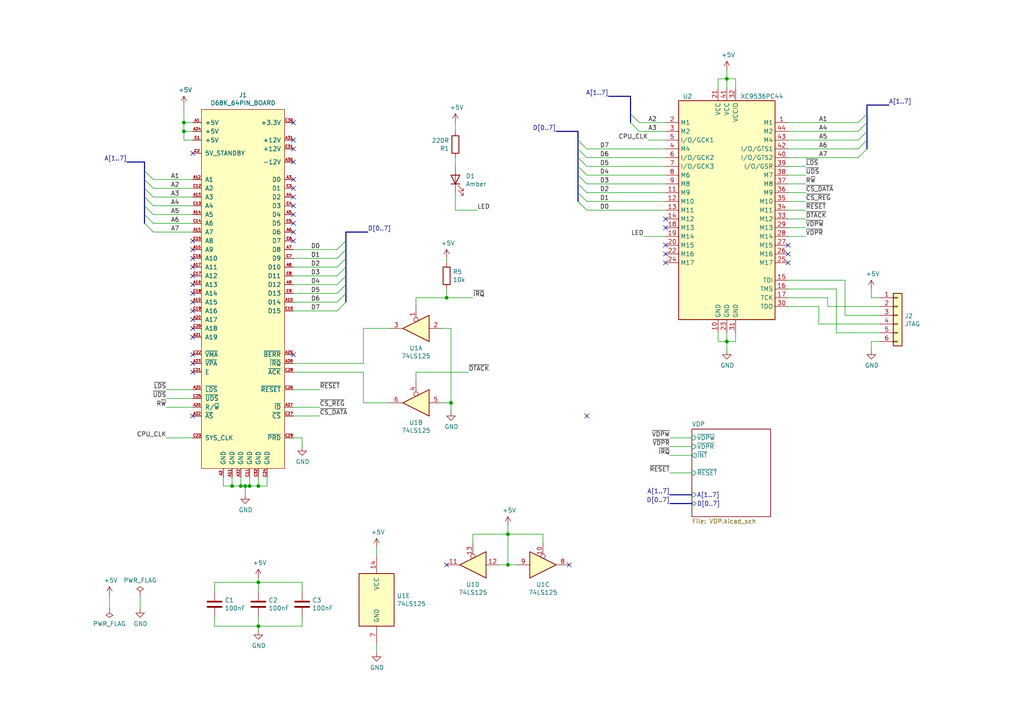
<source format=kicad_sch>
(kicad_sch (version 20231120) (generator "eeschema") (generator_version "8.0")
  (paper "A4")
  (lib_symbols
    (symbol "74xx:74LS125" (pin_names (offset 1.016))
      (property "Reference" "U" (at 0 1.27 0))
      (property "Value" "74LS125" (at 0 -1.27 0))
      (symbol "74LS125_1_0"
        (polyline (pts (xy -3.81 3.81) (xy -3.81 -3.81) (xy 3.81 0) (xy -3.81 3.81)) (stroke (width 0.254)) (fill (type background)))
        (pin input inverted (at 0 -6.35 90) (length 4.445) (name "~") (number "1"))
        (pin input line (at -7.62 0 0) (length 3.81) (name "~") (number "2"))
        (pin tri_state line (at 7.62 0 180) (length 3.81) (name "~") (number "3"))
      )
      (symbol "74LS125_2_0"
        (polyline (pts (xy -3.81 3.81) (xy -3.81 -3.81) (xy 3.81 0) (xy -3.81 3.81)) (stroke (width 0.254)) (fill (type background)))
        (pin input inverted (at 0 -6.35 90) (length 4.445) (name "~") (number "4"))
        (pin input line (at -7.62 0 0) (length 3.81) (name "~") (number "5"))
        (pin tri_state line (at 7.62 0 180) (length 3.81) (name "~") (number "6"))
      )
      (symbol "74LS125_3_0"
        (polyline (pts (xy -3.81 3.81) (xy -3.81 -3.81) (xy 3.81 0) (xy -3.81 3.81)) (stroke (width 0.254)) (fill (type background)))
        (pin input inverted (at 0 -6.35 90) (length 4.445) (name "~") (number "10"))
        (pin tri_state line (at 7.62 0 180) (length 3.81) (name "~") (number "8"))
        (pin input line (at -7.62 0 0) (length 3.81) (name "~") (number "9"))
      )
      (symbol "74LS125_4_0"
        (polyline (pts (xy -3.81 3.81) (xy -3.81 -3.81) (xy 3.81 0) (xy -3.81 3.81)) (stroke (width 0.254)) (fill (type background)))
        (pin tri_state line (at 7.62 0 180) (length 3.81) (name "~") (number "11"))
        (pin input line (at -7.62 0 0) (length 3.81) (name "~") (number "12"))
        (pin input inverted (at 0 -6.35 90) (length 4.445) (name "~") (number "13"))
      )
      (symbol "74LS125_5_0"
        (pin power_in line (at 0 12.7 270) (length 5.08) (name "VCC") (number "14"))
        (pin power_in line (at 0 -12.7 90) (length 5.08) (name "GND") (number "7"))
      )
      (symbol "74LS125_5_1"
        (rectangle (start -5.08 7.62) (end 5.08 -7.62) (stroke (width 0.254)) (fill (type background)))
      )
    )
    (symbol "Connector_Generic:Conn_01x06" (pin_names (offset 1.016) hide)
      (property "Reference" "J" (at 0 7.62 0))
      (property "Value" "Conn_01x06" (at 0 -10.16 0))
      (symbol "Conn_01x06_1_1"
        (rectangle (start -1.27 -7.493) (end 0 -7.747) (stroke (width 0.1524)))
        (rectangle (start -1.27 -4.953) (end 0 -5.207) (stroke (width 0.1524)))
        (rectangle (start -1.27 -2.413) (end 0 -2.667) (stroke (width 0.1524)))
        (rectangle (start -1.27 0.127) (end 0 -0.127) (stroke (width 0.1524)))
        (rectangle (start -1.27 2.667) (end 0 2.413) (stroke (width 0.1524)))
        (rectangle (start -1.27 5.207) (end 0 4.953) (stroke (width 0.1524)))
        (rectangle (start -1.27 6.35) (end 1.27 -8.89) (stroke (width 0.254)) (fill (type background)))
        (pin passive line (at -5.08 5.08 0) (length 3.81) (name "Pin_1") (number "1"))
        (pin passive line (at -5.08 2.54 0) (length 3.81) (name "Pin_2") (number "2"))
        (pin passive line (at -5.08 0 0) (length 3.81) (name "Pin_3") (number "3"))
        (pin passive line (at -5.08 -2.54 0) (length 3.81) (name "Pin_4") (number "4"))
        (pin passive line (at -5.08 -5.08 0) (length 3.81) (name "Pin_5") (number "5"))
        (pin passive line (at -5.08 -7.62 0) (length 3.81) (name "Pin_6") (number "6"))
      )
    )
    (symbol "Ddraig:D68K_64PIN_BOARD" (pin_names (offset 1.016))
      (property "Reference" "J" (at -11.43 53.34 0))
      (property "Value" "D68K_64PIN_BOARD" (at -2.54 50.8 0))
      (symbol "D68K_64PIN_BOARD_0_1"
        (rectangle (start -12.7 48.26) (end 11.43 -55.88) (fill (type background)))
      )
      (symbol "D68K_64PIN_BOARD_1_1"
        (pin power_in line (at -15.24 44.45 0) (length 2.54) (name "+5V") (number "A1"))
        (pin bidirectional line (at 13.97 -7.62 180) (length 2.54) (name "D14") (number "A10"))
        (pin power_in line (at -3.81 -58.42 90) (length 2.54) (name "GND") (number "A11"))
        (pin output line (at -15.24 27.94 0) (length 2.54) (name "A1") (number "A12"))
        (pin output line (at -15.24 22.86 0) (length 2.54) (name "A3") (number "A13"))
        (pin output line (at -15.24 17.78 0) (length 2.54) (name "A5") (number "A14"))
        (pin output line (at -15.24 12.7 0) (length 2.54) (name "A7") (number "A15"))
        (pin output line (at -15.24 7.62 0) (length 2.54) (name "A9") (number "A16"))
        (pin output line (at -15.24 2.54 0) (length 2.54) (name "A11") (number "A17"))
        (pin output line (at -15.24 -2.54 0) (length 2.54) (name "A13") (number "A18"))
        (pin output line (at -15.24 -7.62 0) (length 2.54) (name "A15") (number "A19"))
        (pin power_in line (at -6.35 -58.42 90) (length 2.54) (name "GND") (number "A2"))
        (pin output line (at -15.24 -12.7 0) (length 2.54) (name "A17") (number "A20"))
        (pin output line (at -15.24 -17.78 0) (length 2.54) (name "A19") (number "A21"))
        (pin output line (at -15.24 -40.64 0) (length 2.54) (name "~{AS}") (number "A22"))
        (pin output line (at -15.24 -25.4 0) (length 2.54) (name "~{VPA}") (number "A23"))
        (pin power_in line (at -15.24 41.91 0) (length 2.54) (name "+5V") (number "A24"))
        (pin output line (at -15.24 -33.02 0) (length 2.54) (name "~{LDS}") (number "A25"))
        (pin output line (at -15.24 -38.1 0) (length 2.54) (name "R/~{W}") (number "A26"))
        (pin output line (at 13.97 -38.1 180) (length 2.54) (name "~{ID}") (number "A27"))
        (pin input line (at 13.97 -25.4 180) (length 2.54) (name "~{IRQ}") (number "A28"))
        (pin input line (at 13.97 -22.86 180) (length 2.54) (name "~{BERR}") (number "A29"))
        (pin bidirectional line (at 13.97 27.94 180) (length 2.54) (name "D0") (number "A3"))
        (pin power_in line (at 13.97 33.02 180) (length 2.54) (name "-12V") (number "A30"))
        (pin power_in line (at 13.97 39.37 180) (length 2.54) (name "+12V") (number "A31"))
        (pin power_in line (at -1.27 -58.42 90) (length 2.54) (name "GND") (number "A32"))
        (pin bidirectional line (at 13.97 22.86 180) (length 2.54) (name "D2") (number "A4"))
        (pin bidirectional line (at 13.97 17.78 180) (length 2.54) (name "D4") (number "A5"))
        (pin bidirectional line (at 13.97 12.7 180) (length 2.54) (name "D6") (number "A6"))
        (pin bidirectional line (at 13.97 7.62 180) (length 2.54) (name "D8") (number "A7"))
        (pin bidirectional line (at 13.97 2.54 180) (length 2.54) (name "D10") (number "A8"))
        (pin bidirectional line (at 13.97 -2.54 180) (length 2.54) (name "D12") (number "A9"))
        (pin power_in line (at -15.24 39.37 0) (length 2.54) (name "+5V") (number "C1"))
        (pin bidirectional line (at 13.97 -10.16 180) (length 2.54) (name "D15") (number "C10"))
        (pin power_in line (at 1.27 -58.42 90) (length 2.54) (name "GND") (number "C11"))
        (pin output line (at -15.24 25.4 0) (length 2.54) (name "A2") (number "C12"))
        (pin output line (at -15.24 20.32 0) (length 2.54) (name "A4") (number "C13"))
        (pin output line (at -15.24 15.24 0) (length 2.54) (name "A6") (number "C14"))
        (pin output line (at -15.24 10.16 0) (length 2.54) (name "A8") (number "C15"))
        (pin output line (at -15.24 5.08 0) (length 2.54) (name "A10") (number "C16"))
        (pin output line (at -15.24 0 0) (length 2.54) (name "A12") (number "C17"))
        (pin output line (at -15.24 -5.08 0) (length 2.54) (name "A14") (number "C18"))
        (pin output line (at -15.24 -10.16 0) (length 2.54) (name "A16") (number "C19"))
        (pin power_in line (at -15.24 35.56 0) (length 2.54) (name "5V_STANDBY") (number "C2"))
        (pin output line (at -15.24 -15.24 0) (length 2.54) (name "A18") (number "C20"))
        (pin output line (at -15.24 -27.94 0) (length 2.54) (name "E") (number "C21"))
        (pin output line (at -15.24 -22.86 0) (length 2.54) (name "~{VMA}") (number "C22"))
        (pin output line (at -15.24 -46.99 0) (length 2.54) (name "SYS_CLK") (number "C23"))
        (pin power_in line (at 6.35 -58.42 90) (length 2.54) (name "GND") (number "C24"))
        (pin output line (at -15.24 -35.56 0) (length 2.54) (name "~{UDS}") (number "C25"))
        (pin output line (at 13.97 -33.02 180) (length 2.54) (name "~{RESET}") (number "C26"))
        (pin output line (at 13.97 -40.64 180) (length 2.54) (name "~{CS}") (number "C27"))
        (pin input line (at 13.97 -27.94 180) (length 2.54) (name "~{ACK}") (number "C28"))
        (pin passive line (at 13.97 -46.99 180) (length 2.54) (name "~{PRD}") (number "C29"))
        (pin bidirectional line (at 13.97 25.4 180) (length 2.54) (name "D1") (number "C3"))
        (pin power_in line (at 13.97 44.45 180) (length 2.54) (name "+3.3V") (number "C30"))
        (pin power_in line (at 13.97 36.83 180) (length 2.54) (name "+12V") (number "C31"))
        (pin power_in line (at 3.81 -58.42 90) (length 2.54) (name "GND") (number "C32"))
        (pin bidirectional line (at 13.97 20.32 180) (length 2.54) (name "D3") (number "C4"))
        (pin bidirectional line (at 13.97 15.24 180) (length 2.54) (name "D5") (number "C5"))
        (pin bidirectional line (at 13.97 10.16 180) (length 2.54) (name "D7") (number "C6"))
        (pin bidirectional line (at 13.97 5.08 180) (length 2.54) (name "D9") (number "C7"))
        (pin bidirectional line (at 13.97 0 180) (length 2.54) (name "D11") (number "C8"))
        (pin bidirectional line (at 13.97 -5.08 180) (length 2.54) (name "D13") (number "C9"))
      )
    )
    (symbol "Ddraig:XC9536PC44"
      (property "Reference" "U" (at -13.97 33.02 0))
      (property "Value" "XC9536PC44" (at -13.97 -33.02 0))
      (symbol "XC9536PC44_1_1"
        (rectangle (start -13.97 31.75) (end 13.97 -31.75) (stroke (width 0.254)) (fill (type background)))
        (pin bidirectional line (at 17.78 25.4 180) (length 3.81) (name "M1") (number "1"))
        (pin power_in line (at -2.54 -35.56 90) (length 3.81) (name "GND") (number "10"))
        (pin bidirectional line (at -17.78 5.08 0) (length 3.81) (name "M9") (number "11"))
        (pin bidirectional line (at -17.78 2.54 0) (length 3.81) (name "M10") (number "12"))
        (pin bidirectional line (at -17.78 0 0) (length 3.81) (name "M11") (number "13"))
        (pin bidirectional line (at -17.78 -2.54 0) (length 3.81) (name "M12") (number "14"))
        (pin input line (at 17.78 -20.32 180) (length 3.81) (name "TDI") (number "15"))
        (pin input line (at 17.78 -22.86 180) (length 3.81) (name "TMS") (number "16"))
        (pin input line (at 17.78 -25.4 180) (length 3.81) (name "TCK") (number "17"))
        (pin bidirectional line (at -17.78 -5.08 0) (length 3.81) (name "M13") (number "18"))
        (pin bidirectional line (at -17.78 -7.62 0) (length 3.81) (name "M14") (number "19"))
        (pin bidirectional line (at -17.78 25.4 0) (length 3.81) (name "M1") (number "2"))
        (pin bidirectional line (at -17.78 -10.16 0) (length 3.81) (name "M15") (number "20"))
        (pin power_in line (at -2.54 35.56 270) (length 3.81) (name "VCC") (number "21"))
        (pin bidirectional line (at -17.78 -12.7 0) (length 3.81) (name "M16") (number "22"))
        (pin power_in line (at 0 -35.56 90) (length 3.81) (name "GND") (number "23"))
        (pin bidirectional line (at -17.78 -15.24 0) (length 3.81) (name "M17") (number "24"))
        (pin bidirectional line (at 17.78 -15.24 180) (length 3.81) (name "M17") (number "25"))
        (pin bidirectional line (at 17.78 -12.7 180) (length 3.81) (name "M16") (number "26"))
        (pin bidirectional line (at 17.78 -10.16 180) (length 3.81) (name "M15") (number "27"))
        (pin bidirectional line (at 17.78 -7.62 180) (length 3.81) (name "M14") (number "28"))
        (pin bidirectional line (at 17.78 -5.08 180) (length 3.81) (name "M13") (number "29"))
        (pin bidirectional line (at -17.78 22.86 0) (length 3.81) (name "M2") (number "3"))
        (pin output line (at 17.78 -27.94 180) (length 3.81) (name "TDO") (number "30"))
        (pin power_in line (at 2.54 -35.56 90) (length 3.81) (name "GND") (number "31"))
        (pin power_in line (at 2.54 35.56 270) (length 3.81) (name "VCCIO") (number "32"))
        (pin bidirectional line (at 17.78 -2.54 180) (length 3.81) (name "M12") (number "33"))
        (pin bidirectional line (at 17.78 0 180) (length 3.81) (name "M11") (number "34"))
        (pin bidirectional line (at 17.78 2.54 180) (length 3.81) (name "M10") (number "35"))
        (pin bidirectional line (at 17.78 5.08 180) (length 3.81) (name "M9") (number "36"))
        (pin bidirectional line (at 17.78 7.62 180) (length 3.81) (name "M8") (number "37"))
        (pin bidirectional line (at 17.78 10.16 180) (length 3.81) (name "M7") (number "38"))
        (pin bidirectional line (at 17.78 12.7 180) (length 3.81) (name "I/O/GSR") (number "39"))
        (pin bidirectional line (at -17.78 17.78 0) (length 3.81) (name "M4") (number "4"))
        (pin bidirectional line (at 17.78 15.24 180) (length 3.81) (name "I/O/GTS2") (number "40"))
        (pin power_in line (at 0 35.56 270) (length 3.81) (name "VCC") (number "41"))
        (pin bidirectional line (at 17.78 17.78 180) (length 3.81) (name "I/O/GTS1") (number "42"))
        (pin bidirectional line (at 17.78 20.32 180) (length 3.81) (name "M4") (number "43"))
        (pin bidirectional line (at 17.78 22.86 180) (length 3.81) (name "M2") (number "44"))
        (pin bidirectional line (at -17.78 20.32 0) (length 3.81) (name "I/O/GCK1") (number "5"))
        (pin bidirectional line (at -17.78 15.24 0) (length 3.81) (name "I/O/GCK2") (number "6"))
        (pin bidirectional line (at -17.78 12.7 0) (length 3.81) (name "I/O/GCK3") (number "7"))
        (pin bidirectional line (at -17.78 10.16 0) (length 3.81) (name "M6") (number "8"))
        (pin bidirectional line (at -17.78 7.62 0) (length 3.81) (name "M8") (number "9"))
      )
    )
    (symbol "Device:C" (pin_numbers hide) (pin_names (offset 0.254))
      (property "Reference" "C" (at 0.635 2.54 0))
      (property "Value" "C" (at 0.635 -2.54 0))
      (symbol "C_0_1"
        (polyline (pts (xy -2.032 -0.762) (xy 2.032 -0.762)) (stroke (width 0.508)))
        (polyline (pts (xy -2.032 0.762) (xy 2.032 0.762)) (stroke (width 0.508)))
      )
      (symbol "C_1_1"
        (pin passive line (at 0 3.81 270) (length 2.794) (name "~") (number "1"))
        (pin passive line (at 0 -3.81 90) (length 2.794) (name "~") (number "2"))
      )
    )
    (symbol "Device:LED" (pin_numbers hide) (pin_names (offset 1.016) hide)
      (property "Reference" "D" (at 0 2.54 0))
      (property "Value" "LED" (at 0 -2.54 0))
      (symbol "LED_0_1"
        (polyline (pts (xy -1.27 -1.27) (xy -1.27 1.27)) (stroke (width 0.254)))
        (polyline (pts (xy -1.27 0) (xy 1.27 0)))
        (polyline (pts (xy 1.27 -1.27) (xy 1.27 1.27) (xy -1.27 0) (xy 1.27 -1.27)) (stroke (width 0.254)))
        (polyline (pts (xy -3.048 -0.762) (xy -4.572 -2.286) (xy -3.81 -2.286) (xy -4.572 -2.286) (xy -4.572 -1.524)))
        (polyline (pts (xy -1.778 -0.762) (xy -3.302 -2.286) (xy -2.54 -2.286) (xy -3.302 -2.286) (xy -3.302 -1.524)))
      )
      (symbol "LED_1_1"
        (pin passive line (at -3.81 0 0) (length 2.54) (name "K") (number "1"))
        (pin passive line (at 3.81 0 180) (length 2.54) (name "A") (number "2"))
      )
    )
    (symbol "Device:R" (pin_numbers hide) (pin_names (offset 0))
      (property "Reference" "R" (at 2.032 0 90))
      (property "Value" "R" (at 0 0 90))
      (symbol "R_0_1"
        (rectangle (start -1.016 -2.54) (end 1.016 2.54) (stroke (width 0.254)))
      )
      (symbol "R_1_1"
        (pin passive line (at 0 3.81 270) (length 1.27) (name "~") (number "1"))
        (pin passive line (at 0 -3.81 90) (length 1.27) (name "~") (number "2"))
      )
    )
    (symbol "power:+5V" (power) (pin_names (offset 0))
      (property "Value" "+5V" (at 0 3.556 0))
      (symbol "+5V_0_1"
        (polyline (pts (xy -0.762 1.27) (xy 0 2.54)))
        (polyline (pts (xy 0 0) (xy 0 2.54)))
        (polyline (pts (xy 0 2.54) (xy 0.762 1.27)))
      )
      (symbol "+5V_1_1"
        (pin power_in line (at 0 0 90) (length 0) hide (name "+5V") (number "1"))
      )
    )
    (symbol "power:GND" (power) (pin_names (offset 0))
      (property "Value" "GND" (at 0 -3.81 0))
      (symbol "GND_0_1"
        (polyline (pts (xy 0 0) (xy 0 -1.27) (xy 1.27 -1.27) (xy 0 -2.54) (xy -1.27 -1.27) (xy 0 -1.27)))
      )
      (symbol "GND_1_1"
        (pin power_in line (at 0 0 270) (length 0) hide (name "GND") (number "1"))
      )
    )
    (symbol "power:PWR_FLAG" (power) (pin_numbers hide) (pin_names (offset 0) hide)
      (property "Value" "PWR_FLAG" (at 0 3.81 0))
      (symbol "PWR_FLAG_0_0"
        (pin power_out line (at 0 0 90) (length 0) (name "pwr") (number "1"))
      )
      (symbol "PWR_FLAG_0_1"
        (polyline (pts (xy 0 0) (xy 0 1.27) (xy -1.016 1.905) (xy 0 2.54) (xy 1.016 1.905) (xy 0 1.27)))
      )
    )
  )
  (junction (at 210.82 99.06))
  (junction (at 67.31 140.97))
  (junction (at 74.93 181.61))
  (junction (at 69.85 140.97))
  (junction (at 74.93 168.91))
  (junction (at 74.93 140.97))
  (junction (at 210.82 22.86))
  (junction (at 53.34 35.56))
  (junction (at 147.32 154.94))
  (junction (at 53.34 38.1))
  (junction (at 129.54 86.36))
  (junction (at 130.81 116.84))
  (junction (at 72.39 140.97))
  (junction (at 71.12 140.97))
  (junction (at 147.32 163.83))
  (no_connect (at 55.88 69.85))
  (no_connect (at 85.09 52.07))
  (no_connect (at 193.04 76.2))
  (no_connect (at 55.88 120.65))
  (no_connect (at 129.54 163.83))
  (no_connect (at 228.6 73.66))
  (no_connect (at 55.88 74.93))
  (no_connect (at 170.18 120.65))
  (no_connect (at 193.04 73.66))
  (no_connect (at 55.88 92.71))
  (no_connect (at 55.88 80.01))
  (no_connect (at 85.09 102.87))
  (no_connect (at 85.09 46.99))
  (no_connect (at 55.88 105.41))
  (no_connect (at 193.04 66.04))
  (no_connect (at 55.88 95.25))
  (no_connect (at 55.88 107.95))
  (no_connect (at 55.88 90.17))
  (no_connect (at 165.1 163.83))
  (no_connect (at 55.88 97.79))
  (no_connect (at 193.04 71.12))
  (no_connect (at 55.88 82.55))
  (no_connect (at 85.09 62.23))
  (no_connect (at 85.09 59.69))
  (no_connect (at 85.09 64.77))
  (no_connect (at 55.88 44.45))
  (no_connect (at 85.09 40.64))
  (no_connect (at 228.6 71.12))
  (no_connect (at 228.6 76.2))
  (no_connect (at 55.88 72.39))
  (no_connect (at 193.04 63.5))
  (no_connect (at 55.88 77.47))
  (no_connect (at 85.09 69.85))
  (no_connect (at 85.09 54.61))
  (no_connect (at 85.09 67.31))
  (no_connect (at 85.09 35.56))
  (no_connect (at 55.88 85.09))
  (no_connect (at 85.09 43.18))
  (no_connect (at 85.09 57.15))
  (no_connect (at 55.88 87.63))
  (no_connect (at 55.88 102.87))
  (bus_entry (at 100.33 77.47) (size -2.54 2.54))
  (bus_entry (at 251.46 40.64) (size -2.54 2.54))
  (bus_entry (at 167.64 53.34) (size 2.54 2.54))
  (bus_entry (at 41.91 57.15) (size 2.54 2.54))
  (bus_entry (at 167.64 48.26) (size 2.54 2.54))
  (bus_entry (at 251.46 38.1) (size -2.54 2.54))
  (bus_entry (at 41.91 64.77) (size 2.54 2.54))
  (bus_entry (at 41.91 54.61) (size 2.54 2.54))
  (bus_entry (at 100.33 72.39) (size -2.54 2.54))
  (bus_entry (at 100.33 87.63) (size -2.54 2.54))
  (bus_entry (at 100.33 74.93) (size -2.54 2.54))
  (bus_entry (at 41.91 49.53) (size 2.54 2.54))
  (bus_entry (at 167.64 43.18) (size 2.54 2.54))
  (bus_entry (at 167.64 40.64) (size 2.54 2.54))
  (bus_entry (at 100.33 85.09) (size -2.54 2.54))
  (bus_entry (at 167.64 50.8) (size 2.54 2.54))
  (bus_entry (at 41.91 59.69) (size 2.54 2.54))
  (bus_entry (at 41.91 52.07) (size 2.54 2.54))
  (bus_entry (at 167.64 55.88) (size 2.54 2.54))
  (bus_entry (at 182.88 33.02) (size 2.54 2.54))
  (bus_entry (at 100.33 82.55) (size -2.54 2.54))
  (bus_entry (at 251.46 35.56) (size -2.54 2.54))
  (bus_entry (at 100.33 69.85) (size -2.54 2.54))
  (bus_entry (at 182.88 35.56) (size 2.54 2.54))
  (bus_entry (at 41.91 62.23) (size 2.54 2.54))
  (bus_entry (at 167.64 58.42) (size 2.54 2.54))
  (bus_entry (at 251.46 33.02) (size -2.54 2.54))
  (bus_entry (at 100.33 80.01) (size -2.54 2.54))
  (bus_entry (at 251.46 43.18) (size -2.54 2.54))
  (bus_entry (at 167.64 45.72) (size 2.54 2.54))
  (wire (pts (xy 144.78 163.83) (xy 147.32 163.83)))
  (bus (pts (xy 251.46 40.64) (xy 251.46 43.18)))
  (wire (pts (xy 228.6 45.72) (xy 248.92 45.72)))
  (wire (pts (xy 137.16 154.94) (xy 147.32 154.94)))
  (bus (pts (xy 251.46 38.1) (xy 251.46 40.64)))
  (wire (pts (xy 200.66 132.08) (xy 194.31 132.08)))
  (wire (pts (xy 193.04 35.56) (xy 185.42 35.56)))
  (wire (pts (xy 85.09 120.65) (xy 92.71 120.65)))
  (wire (pts (xy 105.41 105.41) (xy 105.41 95.25)))
  (wire (pts (xy 71.12 143.51) (xy 71.12 140.97)))
  (wire (pts (xy 55.88 57.15) (xy 44.45 57.15)))
  (wire (pts (xy 228.6 50.8) (xy 233.68 50.8)))
  (wire (pts (xy 228.6 38.1) (xy 248.92 38.1)))
  (bus (pts (xy 100.33 82.55) (xy 100.33 85.09)))
  (wire (pts (xy 240.03 86.36) (xy 228.6 86.36)))
  (wire (pts (xy 85.09 87.63) (xy 97.79 87.63)))
  (bus (pts (xy 100.33 77.47) (xy 100.33 80.01)))
  (wire (pts (xy 252.73 99.06) (xy 255.27 99.06)))
  (wire (pts (xy 62.23 171.45) (xy 62.23 168.91)))
  (wire (pts (xy 85.09 90.17) (xy 97.79 90.17)))
  (wire (pts (xy 194.31 137.16) (xy 200.66 137.16)))
  (wire (pts (xy 55.88 52.07) (xy 44.45 52.07)))
  (wire (pts (xy 85.09 74.93) (xy 97.79 74.93)))
  (wire (pts (xy 132.08 48.26) (xy 132.08 45.72)))
  (wire (pts (xy 53.34 40.64) (xy 55.88 40.64)))
  (wire (pts (xy 147.32 152.4) (xy 147.32 154.94)))
  (wire (pts (xy 105.41 107.95) (xy 105.41 116.84)))
  (wire (pts (xy 137.16 157.48) (xy 137.16 154.94)))
  (wire (pts (xy 193.04 58.42) (xy 170.18 58.42)))
  (wire (pts (xy 87.63 127) (xy 85.09 127)))
  (wire (pts (xy 53.34 38.1) (xy 53.34 40.64)))
  (bus (pts (xy 167.64 45.72) (xy 167.64 48.26)))
  (bus (pts (xy 41.91 59.69) (xy 41.91 62.23)))
  (wire (pts (xy 132.08 38.1) (xy 132.08 35.56)))
  (wire (pts (xy 186.69 68.58) (xy 193.04 68.58)))
  (wire (pts (xy 137.16 86.36) (xy 129.54 86.36)))
  (wire (pts (xy 55.88 127) (xy 48.26 127)))
  (wire (pts (xy 67.31 140.97) (xy 69.85 140.97)))
  (wire (pts (xy 69.85 138.43) (xy 69.85 140.97)))
  (wire (pts (xy 132.08 60.96) (xy 132.08 55.88)))
  (bus (pts (xy 167.64 40.64) (xy 167.64 43.18)))
  (bus (pts (xy 100.33 72.39) (xy 100.33 74.93)))
  (wire (pts (xy 85.09 82.55) (xy 97.79 82.55)))
  (wire (pts (xy 193.04 38.1) (xy 185.42 38.1)))
  (bus (pts (xy 167.64 38.1) (xy 167.64 40.64)))
  (wire (pts (xy 85.09 80.01) (xy 97.79 80.01)))
  (wire (pts (xy 55.88 62.23) (xy 44.45 62.23)))
  (wire (pts (xy 237.49 88.9) (xy 228.6 88.9)))
  (wire (pts (xy 77.47 140.97) (xy 77.47 138.43)))
  (wire (pts (xy 64.77 140.97) (xy 67.31 140.97)))
  (wire (pts (xy 105.41 95.25) (xy 113.03 95.25)))
  (wire (pts (xy 85.09 105.41) (xy 105.41 105.41)))
  (wire (pts (xy 109.22 186.69) (xy 109.22 189.23)))
  (wire (pts (xy 233.68 48.26) (xy 228.6 48.26)))
  (wire (pts (xy 193.04 60.96) (xy 170.18 60.96)))
  (wire (pts (xy 210.82 99.06) (xy 210.82 101.6)))
  (wire (pts (xy 213.36 22.86) (xy 210.82 22.86)))
  (wire (pts (xy 208.28 99.06) (xy 210.82 99.06)))
  (bus (pts (xy 167.64 53.34) (xy 167.64 55.88)))
  (wire (pts (xy 138.43 60.96) (xy 132.08 60.96)))
  (bus (pts (xy 100.33 85.09) (xy 100.33 87.63)))
  (wire (pts (xy 255.27 91.44) (xy 245.11 91.44)))
  (wire (pts (xy 208.28 22.86) (xy 208.28 25.4)))
  (wire (pts (xy 255.27 88.9) (xy 240.03 88.9)))
  (bus (pts (xy 251.46 30.48) (xy 251.46 33.02)))
  (wire (pts (xy 85.09 72.39) (xy 97.79 72.39)))
  (wire (pts (xy 109.22 161.29) (xy 109.22 158.75)))
  (wire (pts (xy 55.88 59.69) (xy 44.45 59.69)))
  (wire (pts (xy 55.88 64.77) (xy 44.45 64.77)))
  (wire (pts (xy 228.6 55.88) (xy 233.68 55.88)))
  (wire (pts (xy 105.41 116.84) (xy 113.03 116.84)))
  (wire (pts (xy 240.03 88.9) (xy 240.03 86.36)))
  (wire (pts (xy 74.93 179.07) (xy 74.93 181.61)))
  (wire (pts (xy 67.31 138.43) (xy 67.31 140.97)))
  (bus (pts (xy 251.46 33.02) (xy 251.46 35.56)))
  (wire (pts (xy 242.57 96.52) (xy 242.57 83.82)))
  (wire (pts (xy 55.88 67.31) (xy 44.45 67.31)))
  (bus (pts (xy 251.46 35.56) (xy 251.46 38.1)))
  (wire (pts (xy 74.93 171.45) (xy 74.93 168.91)))
  (wire (pts (xy 233.68 58.42) (xy 228.6 58.42)))
  (wire (pts (xy 193.04 43.18) (xy 170.18 43.18)))
  (bus (pts (xy 106.68 67.31) (xy 100.33 67.31)))
  (wire (pts (xy 210.82 99.06) (xy 213.36 99.06)))
  (wire (pts (xy 252.73 101.6) (xy 252.73 99.06)))
  (wire (pts (xy 87.63 129.54) (xy 87.63 127)))
  (wire (pts (xy 233.68 66.04) (xy 228.6 66.04)))
  (wire (pts (xy 129.54 86.36) (xy 120.65 86.36)))
  (wire (pts (xy 213.36 99.06) (xy 213.36 96.52)))
  (wire (pts (xy 129.54 76.2) (xy 129.54 74.93)))
  (wire (pts (xy 55.88 35.56) (xy 53.34 35.56)))
  (wire (pts (xy 72.39 140.97) (xy 74.93 140.97)))
  (wire (pts (xy 252.73 83.82) (xy 252.73 86.36)))
  (bus (pts (xy 41.91 54.61) (xy 41.91 57.15)))
  (wire (pts (xy 193.04 48.26) (xy 170.18 48.26)))
  (wire (pts (xy 194.31 129.54) (xy 200.66 129.54)))
  (wire (pts (xy 228.6 83.82) (xy 242.57 83.82)))
  (bus (pts (xy 100.33 80.01) (xy 100.33 82.55)))
  (wire (pts (xy 200.66 127) (xy 194.31 127)))
  (wire (pts (xy 237.49 93.98) (xy 255.27 93.98)))
  (wire (pts (xy 92.71 118.11) (xy 85.09 118.11)))
  (wire (pts (xy 74.93 138.43) (xy 74.93 140.97)))
  (wire (pts (xy 53.34 30.48) (xy 53.34 35.56)))
  (bus (pts (xy 41.91 46.99) (xy 36.83 46.99)))
  (wire (pts (xy 129.54 83.82) (xy 129.54 86.36)))
  (bus (pts (xy 100.33 67.31) (xy 100.33 69.85)))
  (wire (pts (xy 130.81 119.38) (xy 130.81 116.84)))
  (wire (pts (xy 120.65 107.95) (xy 120.65 110.49)))
  (wire (pts (xy 193.04 50.8) (xy 170.18 50.8)))
  (wire (pts (xy 210.82 22.86) (xy 208.28 22.86)))
  (wire (pts (xy 55.88 113.03) (xy 48.26 113.03)))
  (bus (pts (xy 167.64 50.8) (xy 167.64 53.34)))
  (wire (pts (xy 62.23 168.91) (xy 74.93 168.91)))
  (wire (pts (xy 228.6 68.58) (xy 233.68 68.58)))
  (wire (pts (xy 72.39 138.43) (xy 72.39 140.97)))
  (bus (pts (xy 251.46 30.48) (xy 257.81 30.48)))
  (wire (pts (xy 53.34 35.56) (xy 53.34 38.1)))
  (wire (pts (xy 147.32 154.94) (xy 147.32 163.83)))
  (wire (pts (xy 147.32 154.94) (xy 157.48 154.94)))
  (wire (pts (xy 74.93 181.61) (xy 87.63 181.61)))
  (bus (pts (xy 194.31 143.51) (xy 200.66 143.51)))
  (wire (pts (xy 233.68 53.34) (xy 228.6 53.34)))
  (wire (pts (xy 252.73 86.36) (xy 255.27 86.36)))
  (wire (pts (xy 228.6 81.28) (xy 245.11 81.28)))
  (wire (pts (xy 55.88 118.11) (xy 48.26 118.11)))
  (wire (pts (xy 87.63 181.61) (xy 87.63 179.07)))
  (bus (pts (xy 41.91 49.53) (xy 41.91 52.07)))
  (wire (pts (xy 128.27 116.84) (xy 130.81 116.84)))
  (wire (pts (xy 130.81 116.84) (xy 130.81 95.25)))
  (bus (pts (xy 41.91 57.15) (xy 41.91 59.69)))
  (bus (pts (xy 167.64 55.88) (xy 167.64 58.42)))
  (wire (pts (xy 193.04 45.72) (xy 170.18 45.72)))
  (wire (pts (xy 120.65 86.36) (xy 120.65 88.9)))
  (wire (pts (xy 228.6 35.56) (xy 248.92 35.56)))
  (wire (pts (xy 157.48 154.94) (xy 157.48 157.48)))
  (wire (pts (xy 85.09 107.95) (xy 105.41 107.95)))
  (wire (pts (xy 69.85 140.97) (xy 71.12 140.97)))
  (wire (pts (xy 193.04 40.64) (xy 187.96 40.64)))
  (wire (pts (xy 85.09 85.09) (xy 97.79 85.09)))
  (wire (pts (xy 74.93 168.91) (xy 74.93 167.64)))
  (wire (pts (xy 245.11 81.28) (xy 245.11 91.44)))
  (wire (pts (xy 228.6 43.18) (xy 248.92 43.18)))
  (bus (pts (xy 182.88 27.94) (xy 182.88 33.02)))
  (wire (pts (xy 55.88 38.1) (xy 53.34 38.1)))
  (wire (pts (xy 228.6 60.96) (xy 233.68 60.96)))
  (bus (pts (xy 41.91 62.23) (xy 41.91 64.77)))
  (wire (pts (xy 213.36 25.4) (xy 213.36 22.86)))
  (bus (pts (xy 182.88 27.94) (xy 176.53 27.94)))
  (wire (pts (xy 135.89 107.95) (xy 120.65 107.95)))
  (bus (pts (xy 167.64 48.26) (xy 167.64 50.8)))
  (wire (pts (xy 193.04 53.34) (xy 170.18 53.34)))
  (wire (pts (xy 31.75 176.53) (xy 31.75 172.72)))
  (wire (pts (xy 147.32 163.83) (xy 149.86 163.83)))
  (bus (pts (xy 41.91 46.99) (xy 41.91 49.53)))
  (wire (pts (xy 55.88 54.61) (xy 44.45 54.61)))
  (wire (pts (xy 255.27 96.52) (xy 242.57 96.52)))
  (wire (pts (xy 48.26 115.57) (xy 55.88 115.57)))
  (wire (pts (xy 210.82 22.86) (xy 210.82 25.4)))
  (bus (pts (xy 200.66 146.05) (xy 194.31 146.05)))
  (wire (pts (xy 210.82 96.52) (xy 210.82 99.06)))
  (wire (pts (xy 40.64 172.72) (xy 40.64 176.53)))
  (wire (pts (xy 71.12 140.97) (xy 72.39 140.97)))
  (wire (pts (xy 85.09 113.03) (xy 92.71 113.03)))
  (wire (pts (xy 233.68 63.5) (xy 228.6 63.5)))
  (bus (pts (xy 41.91 52.07) (xy 41.91 54.61)))
  (wire (pts (xy 193.04 55.88) (xy 170.18 55.88)))
  (wire (pts (xy 208.28 96.52) (xy 208.28 99.06)))
  (bus (pts (xy 100.33 74.93) (xy 100.33 77.47)))
  (wire (pts (xy 210.82 20.32) (xy 210.82 22.86)))
  (wire (pts (xy 62.23 179.07) (xy 62.23 181.61)))
  (wire (pts (xy 85.09 77.47) (xy 97.79 77.47)))
  (bus (pts (xy 167.64 43.18) (xy 167.64 45.72)))
  (bus (pts (xy 182.88 33.02) (xy 182.88 35.56)))
  (wire (pts (xy 64.77 138.43) (xy 64.77 140.97)))
  (bus (pts (xy 100.33 69.85) (xy 100.33 72.39)))
  (wire (pts (xy 74.93 168.91) (xy 87.63 168.91)))
  (bus (pts (xy 167.64 38.1) (xy 161.29 38.1)))
  (wire (pts (xy 228.6 40.64) (xy 248.92 40.64)))
  (wire (pts (xy 130.81 95.25) (xy 128.27 95.25)))
  (wire (pts (xy 74.93 140.97) (xy 77.47 140.97)))
  (wire (pts (xy 237.49 93.98) (xy 237.49 88.9)))
  (wire (pts (xy 62.23 181.61) (xy 74.93 181.61)))
  (wire (pts (xy 87.63 168.91) (xy 87.63 171.45)))
  (wire (pts (xy 74.93 181.61) (xy 74.93 182.88)))
  (label "A1" (at 49.53 52.07 0))
  (label "LED" (at 138.43 60.96 0))
  (label "~{CS_REG}" (at 233.68 58.42 0))
  (label "~{CS_DATA}" (at 92.71 120.65 0))
  (label "~{RESET}" (at 233.68 60.96 0))
  (label "A[1..7]" (at 176.53 27.94 180))
  (label "D7" (at 90.17 90.17 0))
  (label "D4" (at 90.17 82.55 0))
  (label "~{RESET}" (at 194.31 137.16 180))
  (label "A4" (at 237.49 38.1 0))
  (label "R~{W}" (at 233.68 53.34 0))
  (label "A6" (at 49.53 64.77 0))
  (label "~{VDPR}" (at 233.68 68.58 0))
  (label "A5" (at 49.53 62.23 0))
  (label "D2" (at 90.17 77.47 0))
  (label "D[0..7]" (at 161.29 38.1 180))
  (label "D0" (at 173.99 60.96 0))
  (label "A[1..7]" (at 257.81 30.48 0))
  (label "LED" (at 186.69 68.58 180))
  (label "~{UDS}" (at 233.68 50.8 0))
  (label "~{LDS}" (at 233.68 48.26 0))
  (label "A5" (at 237.49 40.64 0))
  (label "~{DTACK}" (at 135.89 107.95 0))
  (label "A[1..7]" (at 36.83 46.99 180))
  (label "A4" (at 49.53 59.69 0))
  (label "A2" (at 190.5 35.56 180))
  (label "A1" (at 237.49 35.56 0))
  (label "A3" (at 49.53 57.15 0))
  (label "R~{W}" (at 48.26 118.11 180))
  (label "CPU_CLK" (at 48.26 127 180))
  (label "D6" (at 90.17 87.63 0))
  (label "A3" (at 190.5 38.1 180))
  (label "~{IRQ}" (at 137.16 86.36 0))
  (label "A2" (at 49.53 54.61 0))
  (label "D4" (at 173.99 50.8 0))
  (label "~{IRQ}" (at 194.31 132.08 180))
  (label "D5" (at 173.99 48.26 0))
  (label "~{VDPW}" (at 194.31 127 180))
  (label "A[1..7]" (at 194.31 143.51 180))
  (label "~{VDPR}" (at 194.31 129.54 180))
  (label "CPU_CLK" (at 187.96 40.64 180))
  (label "D[0..7]" (at 194.31 146.05 180))
  (label "D6" (at 173.99 45.72 0))
  (label "D1" (at 90.17 74.93 0))
  (label "A7" (at 237.49 45.72 0))
  (label "~{UDS}" (at 48.26 115.57 180))
  (label "D3" (at 90.17 80.01 0))
  (label "D3" (at 173.99 53.34 0))
  (label "D5" (at 90.17 85.09 0))
  (label "D2" (at 173.99 55.88 0))
  (label "~{LDS}" (at 48.26 113.03 180))
  (label "A7" (at 49.53 67.31 0))
  (label "~{DTACK}" (at 233.68 63.5 0))
  (label "D[0..7]" (at 106.68 67.31 0))
  (label "~{CS_DATA}" (at 233.68 55.88 0))
  (label "~{CS_REG}" (at 92.71 118.11 0))
  (label "A6" (at 237.49 43.18 0))
  (label "D7" (at 173.99 43.18 0))
  (label "D1" (at 173.99 58.42 0))
  (label "D0" (at 90.17 72.39 0))
  (label "~{VDPW}" (at 233.68 66.04 0))
  (label "~{RESET}" (at 92.71 113.03 0))
  (symbol (lib_id "Connector_Generic:Conn_01x06") (at 260.35 91.44 0) (unit 1)
    (property "Reference" "J2" (at 262.382 91.6432 0) (effects (justify left)))
    (property "Value" "JTAG" (at 262.382 93.9546 0) (effects (justify left)))
    (property "Footprint" "Connector_PinHeader_2.54mm:PinHeader_1x06_P2.54mm_Vertical" (effects (hide yes)))
  )
  (symbol (lib_id "Ddraig:D68K_64PIN_BOARD") (at 71.12 80.01 0) (unit 1)
    (property "Reference" "J1" (at 70.485 27.559 0))
    (property "Value" "D68K_64PIN_BOARD" (at 70.485 29.8704 0))
    (property "Footprint" "Ddraig:DIN41612_C_2x32_Male_Horizontal_THT" (effects (hide yes)))
  )
  (symbol (lib_id "power:+5V") (at 31.75 172.72 0) (unit 1)
    (property "Reference" "#PWR01" (effects (hide yes)))
    (property "Value" "+5V" (at 32.131 168.3258 0))
  )
  (symbol (lib_id "power:GND") (at 87.63 129.54 0) (unit 1)
    (property "Reference" "#PWR07" (effects (hide yes)))
    (property "Value" "GND" (at 87.757 133.9342 0))
  )
  (symbol (lib_id "power:GND") (at 40.64 176.53 0) (unit 1)
    (property "Reference" "#PWR02" (effects (hide yes)))
    (property "Value" "GND" (at 40.767 180.9242 0))
  )
  (symbol (lib_id "74xx:74LS125") (at 120.65 95.25 180) (unit 1)
    (property "Reference" "U1" (at 120.65 100.965 0))
    (property "Value" "74LS125" (at 120.65 103.2764 0))
    (property "Footprint" "Package_DIP:DIP-14_W7.62mm_Socket" (effects (hide yes)))
    (property "Datasheet" "http://www.ti.com/lit/gpn/sn74LS125" (effects (hide yes)))
  )
  (symbol (lib_id "74xx:74LS125") (at 120.65 116.84 180) (unit 2)
    (property "Reference" "U1" (at 120.65 122.555 0))
    (property "Value" "74LS125" (at 120.65 124.8664 0))
    (property "Footprint" "Package_DIP:DIP-14_W7.62mm_Socket" (effects (hide yes)))
    (property "Datasheet" "http://www.ti.com/lit/gpn/sn74LS125" (effects (hide yes)))
  )
  (symbol (lib_id "74xx:74LS125") (at 157.48 163.83 0) (mirror x) (unit 3)
    (property "Reference" "U1" (at 157.48 169.545 0))
    (property "Value" "74LS125" (at 157.48 171.8564 0))
    (property "Footprint" "Package_DIP:DIP-14_W7.62mm_Socket" (effects (hide yes)))
    (property "Datasheet" "http://www.ti.com/lit/gpn/sn74LS125" (effects (hide yes)))
  )
  (symbol (lib_id "74xx:74LS125") (at 137.16 163.83 180) (unit 4)
    (property "Reference" "U1" (at 137.16 169.545 0))
    (property "Value" "74LS125" (at 137.16 171.8564 0))
    (property "Footprint" "Package_DIP:DIP-14_W7.62mm_Socket" (effects (hide yes)))
    (property "Datasheet" "http://www.ti.com/lit/gpn/sn74LS125" (effects (hide yes)))
  )
  (symbol (lib_id "74xx:74LS125") (at 109.22 173.99 0) (unit 5)
    (property "Reference" "U1" (at 115.062 172.8216 0) (effects (justify left)))
    (property "Value" "74LS125" (at 115.062 175.133 0) (effects (justify left)))
    (property "Footprint" "Package_DIP:DIP-14_W7.62mm_Socket" (effects (hide yes)))
    (property "Datasheet" "http://www.ti.com/lit/gpn/sn74LS125" (effects (hide yes)))
  )
  (symbol (lib_id "power:GND") (at 130.81 119.38 0) (unit 1)
    (property "Reference" "#PWR010" (effects (hide yes)))
    (property "Value" "GND" (at 130.937 123.7742 0))
  )
  (symbol (lib_id "power:GND") (at 109.22 189.23 0) (unit 1)
    (property "Reference" "#PWR09" (effects (hide yes)))
    (property "Value" "GND" (at 109.347 193.6242 0))
  )
  (symbol (lib_id "power:+5V") (at 109.22 158.75 0) (unit 1)
    (property "Reference" "#PWR08" (effects (hide yes)))
    (property "Value" "+5V" (at 109.601 154.3558 0))
  )
  (symbol (lib_id "power:+5V") (at 147.32 152.4 0) (unit 1)
    (property "Reference" "#PWR012" (effects (hide yes)))
    (property "Value" "+5V" (at 147.701 148.0058 0))
  )
  (symbol (lib_id "Device:LED") (at 132.08 52.07 90) (unit 1)
    (property "Reference" "D1" (at 135.0772 51.0794 90) (effects (justify right)))
    (property "Value" "Amber" (at 135.0772 53.3908 90) (effects (justify right)))
    (property "Footprint" "LED_THT:LED_D5.0mm_FlatTop" (effects (hide yes)))
  )
  (symbol (lib_id "Device:R") (at 132.08 41.91 180) (unit 1)
    (property "Reference" "R1" (at 130.302 43.0784 0) (effects (justify left)))
    (property "Value" "220R" (at 130.302 40.767 0) (effects (justify left)))
    (property "Footprint" "Resistor_THT:R_Axial_DIN0207_L6.3mm_D2.5mm_P10.16mm_Horizontal" (effects (hide yes)))
  )
  (symbol (lib_id "power:+5V") (at 132.08 35.56 0) (unit 1)
    (property "Reference" "#PWR011" (effects (hide yes)))
    (property "Value" "+5V" (at 132.461 31.1658 0))
  )
  (symbol (lib_id "power:GND") (at 210.82 101.6 0) (unit 1)
    (property "Reference" "#PWR014" (effects (hide yes)))
    (property "Value" "GND" (at 210.947 105.9942 0))
  )
  (symbol (lib_id "power:+5V") (at 210.82 20.32 0) (unit 1)
    (property "Reference" "#PWR013" (effects (hide yes)))
    (property "Value" "+5V" (at 211.201 15.9258 0))
  )
  (symbol (lib_id "Ddraig:XC9536PC44") (at 210.82 60.96 0) (unit 1)
    (property "Reference" "U2" (at 199.39 27.94 0))
    (property "Value" "XC9536PC44" (at 220.98 27.94 0))
    (property "Footprint" "Package_LCC:PLCC-44_THT-Socket" (effects (hide yes)))
    (property "Datasheet" "xilinx/xc9536.pdf" (effects (hide yes)))
  )
  (symbol (lib_id "power:GND") (at 252.73 101.6 0) (unit 1)
    (property "Reference" "#PWR016" (effects (hide yes)))
    (property "Value" "GND" (at 252.857 105.9942 0))
  )
  (symbol (lib_id "power:+5V") (at 252.73 83.82 0) (unit 1)
    (property "Reference" "#PWR015" (effects (hide yes)))
    (property "Value" "+5V" (at 253.111 79.4258 0))
  )
  (symbol (lib_id "power:PWR_FLAG") (at 40.64 172.72 0) (unit 1)
    (property "Reference" "#FLG02" (effects (hide yes)))
    (property "Value" "PWR_FLAG" (at 40.64 168.3258 0))
  )
  (symbol (lib_id "power:PWR_FLAG") (at 31.75 176.53 180) (unit 1)
    (property "Reference" "#FLG01" (effects (hide yes)))
    (property "Value" "PWR_FLAG" (at 31.75 180.9242 0))
  )
  (symbol (lib_id "power:+5V") (at 53.34 30.48 0) (unit 1)
    (property "Reference" "#PWR03" (effects (hide yes)))
    (property "Value" "+5V" (at 53.721 26.0858 0))
  )
  (symbol (lib_id "power:GND") (at 71.12 143.51 0) (unit 1)
    (property "Reference" "#PWR06" (effects (hide yes)))
    (property "Value" "GND" (at 71.247 147.9042 0))
  )
  (symbol (lib_id "Device:C") (at 74.93 175.26 0) (unit 1)
    (property "Reference" "C2" (at 77.851 174.0916 0) (effects (justify left)))
    (property "Value" "100nF" (at 77.851 176.403 0) (effects (justify left)))
    (property "Footprint" "Capacitor_THT:C_Disc_D5.0mm_W2.5mm_P2.50mm" (effects (hide yes)))
  )
  (symbol (lib_id "Device:C") (at 87.63 175.26 0) (unit 1)
    (property "Reference" "C3" (at 90.551 174.0916 0) (effects (justify left)))
    (property "Value" "100nF" (at 90.551 176.403 0) (effects (justify left)))
    (property "Footprint" "Capacitor_THT:C_Disc_D5.0mm_W2.5mm_P2.50mm" (effects (hide yes)))
  )
  (symbol (lib_id "Device:C") (at 62.23 175.26 0) (unit 1)
    (property "Reference" "C1" (at 65.151 174.0916 0) (effects (justify left)))
    (property "Value" "100nF" (at 65.151 176.403 0) (effects (justify left)))
    (property "Footprint" "Capacitor_THT:C_Disc_D5.0mm_W2.5mm_P2.50mm" (effects (hide yes)))
  )
  (symbol (lib_id "power:GND") (at 74.93 182.88 0) (unit 1)
    (property "Reference" "#PWR05" (effects (hide yes)))
    (property "Value" "GND" (at 75.057 187.2742 0))
  )
  (symbol (lib_id "power:+5V") (at 74.93 167.64 0) (unit 1)
    (property "Reference" "#PWR04" (effects (hide yes)))
    (property "Value" "+5V" (at 75.311 163.2458 0))
  )
  (symbol (lib_id "Device:R") (at 129.54 80.01 0) (unit 1)
    (property "Reference" "R5" (at 131.318 78.8416 0) (effects (justify left)))
    (property "Value" "10k" (at 131.318 81.153 0) (effects (justify left)))
    (property "Footprint" "Resistor_THT:R_Axial_DIN0207_L6.3mm_D2.5mm_P10.16mm_Horizontal" (effects (hide yes)))
  )
  (symbol (lib_id "power:+5V") (at 129.54 74.93 0) (unit 1)
    (property "Reference" "#PWR041" (effects (hide yes)))
    (property "Value" "+5V" (at 129.921 70.5358 0))
  )
  (sheet (at 200.66 124.46) (size 22.86 25.4)
    (property "Sheetname" "VDP" (at 200.66 123.7484 0) (effects (justify left bottom)))
    (property "Sheetfile" "VDP.kicad_sch" (at 200.66 150.4446 0) (effects (justify left top)))
    (pin "A[1..7]" input (at 200.66 143.51 180))
    (pin "D[0..7]" bidirectional (at 200.66 146.05 180))
    (pin "~{VDPW}" input (at 200.66 127 180))
    (pin "~{VDPR}" input (at 200.66 129.54 180))
    (pin "~{RESET}" input (at 200.66 137.16 180))
    (pin "~{INT}" output (at 200.66 132.08 180))
  )
)
</source>
